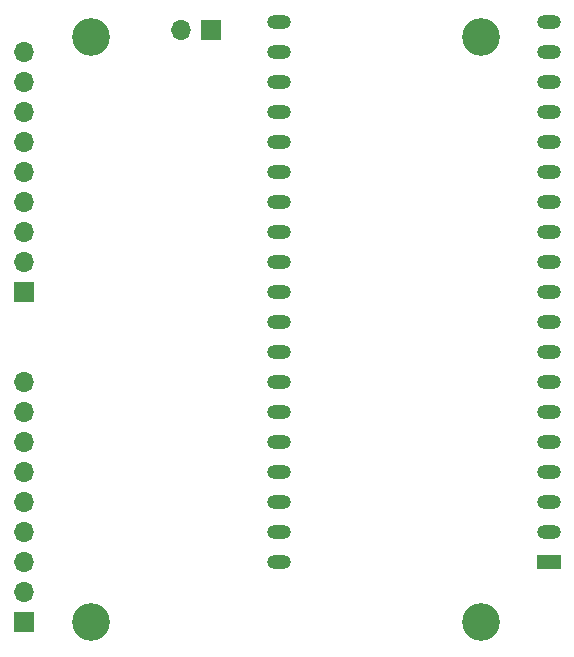
<source format=gbr>
%TF.GenerationSoftware,KiCad,Pcbnew,(5.1.9)-1*%
%TF.CreationDate,2021-06-08T22:15:24-04:00*%
%TF.ProjectId,AtariWiiWifi,41746172-6957-4696-9957-6966692e6b69,rev?*%
%TF.SameCoordinates,Original*%
%TF.FileFunction,Soldermask,Bot*%
%TF.FilePolarity,Negative*%
%FSLAX46Y46*%
G04 Gerber Fmt 4.6, Leading zero omitted, Abs format (unit mm)*
G04 Created by KiCad (PCBNEW (5.1.9)-1) date 2021-06-08 22:15:24*
%MOMM*%
%LPD*%
G01*
G04 APERTURE LIST*
%ADD10R,1.700000X1.700000*%
%ADD11O,1.700000X1.700000*%
%ADD12C,3.200000*%
%ADD13O,2.000000X1.200000*%
%ADD14R,2.000000X1.200000*%
G04 APERTURE END LIST*
D10*
%TO.C,J2A1*%
X129540000Y-92710000D03*
D11*
X129540000Y-90170000D03*
X129540000Y-87630000D03*
X129540000Y-85090000D03*
X129540000Y-82550000D03*
X129540000Y-80010000D03*
X129540000Y-77470000D03*
X129540000Y-74930000D03*
X129540000Y-72390000D03*
%TD*%
D12*
%TO.C,REF\u002A\u002A*%
X135255000Y-71120000D03*
%TD*%
%TO.C,REF\u002A\u002A*%
X168275000Y-71120000D03*
%TD*%
%TO.C,REF\u002A\u002A*%
X135255000Y-120650000D03*
%TD*%
%TO.C,REF\u002A\u002A*%
X168275000Y-120650000D03*
%TD*%
D11*
%TO.C,J1A1*%
X129540000Y-100330000D03*
X129540000Y-102870000D03*
X129540000Y-105410000D03*
X129540000Y-107950000D03*
X129540000Y-110490000D03*
X129540000Y-113030000D03*
X129540000Y-115570000D03*
X129540000Y-118110000D03*
D10*
X129540000Y-120650000D03*
%TD*%
D13*
%TO.C,U4*%
X151130000Y-115570000D03*
D14*
X173990000Y-115570000D03*
D13*
X151130000Y-113030000D03*
X173990000Y-113030000D03*
X151130000Y-110490000D03*
X173990000Y-110490000D03*
X151130000Y-107950000D03*
X173990000Y-107950000D03*
X151130000Y-105410000D03*
X173990000Y-105410000D03*
X151130000Y-102870000D03*
X173990000Y-102870000D03*
X151130000Y-100330000D03*
X173990000Y-100330000D03*
X151130000Y-97790000D03*
X173990000Y-97790000D03*
X151130000Y-95250000D03*
X173990000Y-95250000D03*
X151130000Y-92710000D03*
X173990000Y-92710000D03*
X151130000Y-90170000D03*
X173990000Y-90170000D03*
X151130000Y-87630000D03*
X173990000Y-87630000D03*
X151130000Y-85090000D03*
X173990000Y-85090000D03*
X151130000Y-82550000D03*
X173990000Y-82550000D03*
X151130000Y-80010000D03*
X173990000Y-80010000D03*
X151130000Y-77470000D03*
X173990000Y-77470000D03*
X151130000Y-74930000D03*
X173990000Y-74930000D03*
X151130000Y-72390000D03*
X173990000Y-72390000D03*
X151130000Y-69850000D03*
X173990000Y-69850000D03*
%TD*%
D11*
%TO.C,J3*%
X142875000Y-70485000D03*
D10*
X145415000Y-70485000D03*
%TD*%
M02*

</source>
